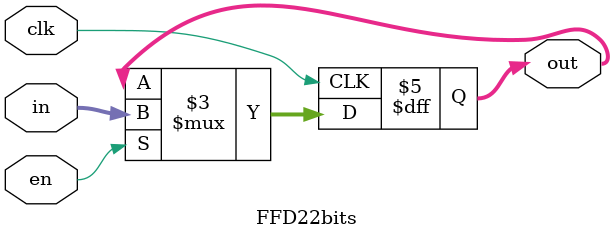
<source format=v>
module FFD22bits(in,en,clk,out);
input [21:0] in; // Data input 
input clk,en; // clock input 
output [21:0] out; // output Q 
reg [21:0] out;
always @(posedge clk) begin
	if(en) begin
		out = in;
	end	
end 
endmodule 
</source>
